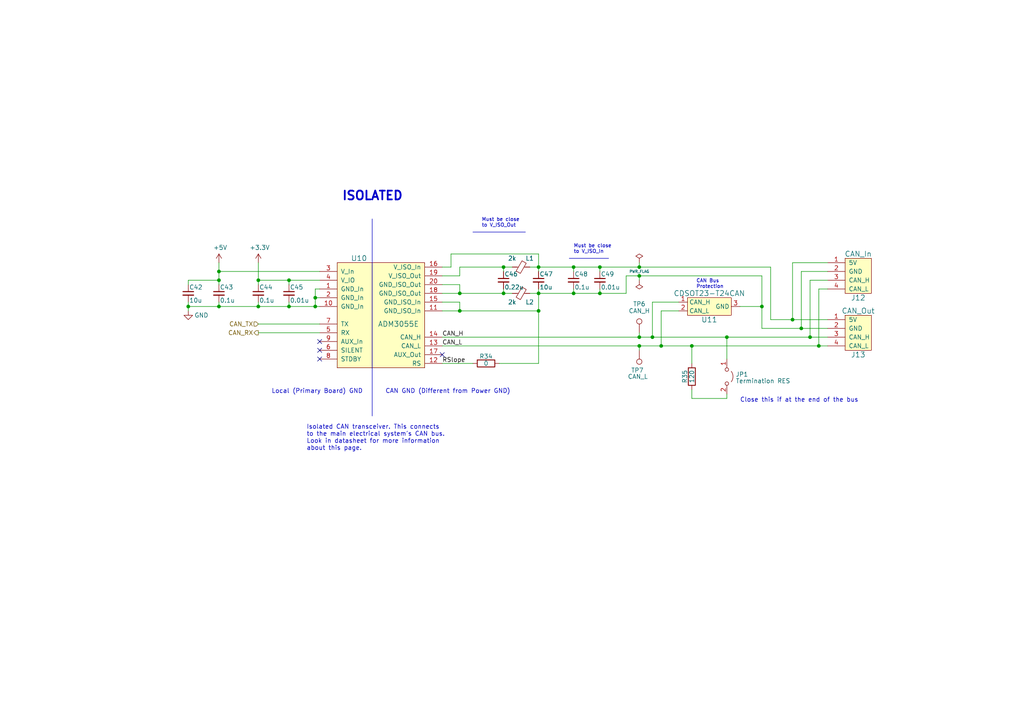
<source format=kicad_sch>
(kicad_sch (version 20230121) (generator eeschema)
  (paper "A4")
  (lib_symbols
    (symbol "Connector:TestPoint" (pin_numbers hide) (pin_names (offset 0.762) hide)
      (property "Reference" "TP" (at 0 6.858 0))
      (property "Value" "TestPoint" (at 0 5.08 0))
      (symbol "TestPoint_0_1"
        (circle (center 0 3.302) (radius 0.762))
      )
      (symbol "TestPoint_1_1"
        (pin passive line (at 0 0 90) (length 2.54) (name "1") (number "1"))
      )
    )
    (symbol "Device:C_Small" (pin_numbers hide) (pin_names (offset 0.254) hide)
      (property "Reference" "C" (at 0.254 1.778 0))
      (property "Value" "C_Small" (at 0.254 -2.032 0))
      (symbol "C_Small_0_1"
        (polyline (pts (xy -1.524 -0.508) (xy 1.524 -0.508)) (stroke (width 0.3302)))
        (polyline (pts (xy -1.524 0.508) (xy 1.524 0.508)) (stroke (width 0.3048)))
      )
      (symbol "C_Small_1_1"
        (pin passive line (at 0 2.54 270) (length 2.032) (name "~") (number "1"))
        (pin passive line (at 0 -2.54 90) (length 2.032) (name "~") (number "2"))
      )
    )
    (symbol "Device:FerriteBead_Small" (pin_numbers hide) (pin_names (offset 0))
      (property "Reference" "FB" (at 1.905 1.27 0))
      (property "Value" "FerriteBead_Small" (at 1.905 -1.27 0))
      (symbol "FerriteBead_Small_0_1"
        (polyline (pts (xy 0 -1.27) (xy 0 -0.7874)))
        (polyline (pts (xy 0 0.889) (xy 0 1.2954)))
        (polyline (pts (xy -1.8288 0.2794) (xy -1.1176 1.4986) (xy 1.8288 -0.2032) (xy 1.1176 -1.4224) (xy -1.8288 0.2794)))
      )
      (symbol "FerriteBead_Small_1_1"
        (pin passive line (at 0 2.54 270) (length 1.27) (name "~") (number "1"))
        (pin passive line (at 0 -2.54 90) (length 1.27) (name "~") (number "2"))
      )
    )
    (symbol "Device:R" (pin_numbers hide) (pin_names (offset 0))
      (property "Reference" "R" (at 2.032 0 90))
      (property "Value" "R" (at 0 0 90))
      (symbol "R_0_1"
        (rectangle (start -1.016 -2.54) (end 1.016 2.54) (stroke (width 0.254)))
      )
      (symbol "R_1_1"
        (pin passive line (at 0 3.81 270) (length 1.27) (name "~") (number "1"))
        (pin passive line (at 0 -3.81 90) (length 1.27) (name "~") (number "2"))
      )
    )
    (symbol "Jumper:Jumper_2_Open" (pin_names (offset 0) hide)
      (property "Reference" "JP" (at 0 2.794 0))
      (property "Value" "Jumper_2_Open" (at 0 -2.286 0))
      (symbol "Jumper_2_Open_0_0"
        (circle (center -2.032 0) (radius 0.508))
        (circle (center 2.032 0) (radius 0.508))
      )
      (symbol "Jumper_2_Open_0_1"
        (arc (start 1.524 1.27) (mid 0 1.778) (end -1.524 1.27))
      )
      (symbol "Jumper_2_Open_1_1"
        (pin passive line (at -5.08 0 0) (length 2.54) (name "A") (number "1"))
        (pin passive line (at 5.08 0 180) (length 2.54) (name "B") (number "2"))
      )
    )
    (symbol "power:+3.3V" (power) (pin_names (offset 0))
      (property "Value" "+3.3V" (at 0 3.556 0))
      (symbol "+3.3V_0_1"
        (polyline (pts (xy -0.762 1.27) (xy 0 2.54)))
        (polyline (pts (xy 0 0) (xy 0 2.54)))
        (polyline (pts (xy 0 2.54) (xy 0.762 1.27)))
      )
      (symbol "+3.3V_1_1"
        (pin power_in line (at 0 0 90) (length 0) hide (name "+3.3V") (number "1"))
      )
    )
    (symbol "power:+5V" (power) (pin_names (offset 0))
      (property "Value" "+5V" (at 0 3.556 0))
      (symbol "+5V_0_1"
        (polyline (pts (xy -0.762 1.27) (xy 0 2.54)))
        (polyline (pts (xy 0 0) (xy 0 2.54)))
        (polyline (pts (xy 0 2.54) (xy 0.762 1.27)))
      )
      (symbol "+5V_1_1"
        (pin power_in line (at 0 0 90) (length 0) hide (name "+5V") (number "1"))
      )
    )
    (symbol "power:GND" (power) (pin_names (offset 0))
      (property "Value" "GND" (at 0 -3.81 0))
      (symbol "GND_0_1"
        (polyline (pts (xy 0 0) (xy 0 -1.27) (xy 1.27 -1.27) (xy 0 -2.54) (xy -1.27 -1.27) (xy 0 -1.27)))
      )
      (symbol "GND_1_1"
        (pin power_in line (at 0 0 270) (length 0) hide (name "GND") (number "1"))
      )
    )
    (symbol "power:PWR_FLAG" (power) (pin_numbers hide) (pin_names (offset 0) hide)
      (property "Value" "PWR_FLAG" (at 0 3.81 0))
      (symbol "PWR_FLAG_0_0"
        (pin power_out line (at 0 0 90) (length 0) (name "pwr") (number "1"))
      )
      (symbol "PWR_FLAG_0_1"
        (polyline (pts (xy 0 0) (xy 0 1.27) (xy -1.016 1.905) (xy 0 2.54) (xy 1.016 1.905) (xy 0 1.27)))
      )
    )
    (symbol "utsvt-chips:ADM3055E" (pin_names (offset 1.016))
      (property "Reference" "U" (at 0 16.51 0))
      (property "Value" "ADM3055E" (at 5.08 -2.54 0))
      (symbol "ADM3055E_0_1"
        (rectangle (start -12.7 15.24) (end 12.7 -15.24) (fill (type background)))
        (polyline (pts (xy -2.54 15.24) (xy -2.54 -15.24)))
      )
      (symbol "ADM3055E_1_1"
        (pin power_in line (at -17.78 7.62 0) (length 5.08) (name "GND_In") (number "1"))
        (pin power_in line (at -17.78 2.54 0) (length 5.08) (name "GND_In") (number "10"))
        (pin power_in line (at 17.78 1.27 180) (length 5.08) (name "GND_ISO_In") (number "11"))
        (pin input line (at 17.78 -13.97 180) (length 5.08) (name "RS") (number "12"))
        (pin bidirectional line (at 17.78 -8.89 180) (length 5.08) (name "CAN_L") (number "13"))
        (pin bidirectional line (at 17.78 -6.35 180) (length 5.08) (name "CAN_H") (number "14"))
        (pin power_in line (at 17.78 3.81 180) (length 5.08) (name "GND_ISO_In") (number "15"))
        (pin power_in line (at 17.78 13.97 180) (length 5.08) (name "V_ISO_In") (number "16"))
        (pin output line (at 17.78 -11.43 180) (length 5.08) (name "AUX_Out") (number "17"))
        (pin power_out line (at 17.78 6.35 180) (length 5.08) (name "GND_ISO_Out") (number "18"))
        (pin power_out line (at 17.78 11.43 180) (length 5.08) (name "V_ISO_Out") (number "19"))
        (pin power_in line (at -17.78 5.08 0) (length 5.08) (name "GND_In") (number "2"))
        (pin power_out line (at 17.78 8.89 180) (length 5.08) (name "GND_ISO_Out") (number "20"))
        (pin power_in line (at -17.78 12.7 0) (length 5.08) (name "V_In") (number "3"))
        (pin power_in line (at -17.78 10.16 0) (length 5.08) (name "V_IO") (number "4"))
        (pin output line (at -17.78 -5.08 0) (length 5.08) (name "RX") (number "5"))
        (pin input line (at -17.78 -10.16 0) (length 5.08) (name "SILENT") (number "6"))
        (pin input line (at -17.78 -2.54 0) (length 5.08) (name "TX") (number "7"))
        (pin input line (at -17.78 -12.7 0) (length 5.08) (name "STDBY") (number "8"))
        (pin input line (at -17.78 -7.62 0) (length 5.08) (name "AUX_In") (number "9"))
      )
    )
    (symbol "utsvt-chips:CDSOT23-T24CAN"
      (property "Reference" "U" (at 0 -3.81 0))
      (property "Value" "CDSOT23-T24CAN" (at 0 3.81 0))
      (symbol "CDSOT23-T24CAN_0_1"
        (rectangle (start 6.35 2.54) (end -6.35 -2.54) (fill (type background)))
      )
      (symbol "CDSOT23-T24CAN_1_1"
        (pin passive line (at -8.89 1.27 0) (length 2.54) (name "CAN_H") (number "1"))
        (pin passive line (at -8.89 -1.27 0) (length 2.54) (name "CAN_L") (number "2"))
        (pin passive line (at 8.89 0 180) (length 2.54) (name "GND") (number "3"))
      )
    )
    (symbol "utsvt-connectors:CANConnector" (pin_names (offset 1.016))
      (property "Reference" "J" (at 0 -6.35 0))
      (property "Value" "CANConnector" (at 0 6.35 0))
      (symbol "CANConnector_0_1"
        (rectangle (start 3.81 5.08) (end -3.81 -5.08) (fill (type background)))
      )
      (symbol "CANConnector_1_1"
        (pin power_in line (at 8.89 3.81 180) (length 5.08) (name "5V") (number "1"))
        (pin power_in line (at 8.89 1.27 180) (length 5.08) (name "GND") (number "2"))
        (pin bidirectional line (at 8.89 -1.27 180) (length 5.08) (name "CAN_H") (number "3"))
        (pin bidirectional line (at 8.89 -3.81 180) (length 5.08) (name "CAN_L") (number "4"))
      )
    )
  )
  (junction (at 91.44 88.9))
  (junction (at 185.42 97.79))
  (junction (at 146.05 85.09))
  (junction (at 232.41 95.25))
  (junction (at 200.66 100.33))
  (junction (at 156.21 90.17))
  (junction (at 191.77 100.33))
  (junction (at 91.44 86.36))
  (junction (at 156.21 85.09))
  (junction (at 74.93 81.28))
  (junction (at 54.61 88.9))
  (junction (at 83.82 81.28))
  (junction (at 74.93 88.9))
  (junction (at 166.37 77.47))
  (junction (at 156.21 77.47))
  (junction (at 63.5 88.9))
  (junction (at 83.82 88.9))
  (junction (at 63.5 78.74))
  (junction (at 210.82 97.79))
  (junction (at 185.42 100.33))
  (junction (at 185.42 80.01))
  (junction (at 166.37 85.09))
  (junction (at 189.23 97.79))
  (junction (at 220.98 88.9))
  (junction (at 133.35 85.09))
  (junction (at 237.49 100.33))
  (junction (at 185.42 77.47))
  (junction (at 146.05 77.47))
  (junction (at 229.87 92.71))
  (junction (at 173.99 77.47))
  (junction (at 63.5 81.28))
  (junction (at 133.35 90.17))
  (junction (at 173.99 85.09))
  (junction (at 234.95 97.79))
  (no_connect (at 92.71 104.14))
  (no_connect (at 92.71 101.6))
  (no_connect (at 128.27 102.87))
  (no_connect (at 92.71 99.06))
  (wire (pts (xy 166.37 77.47) (xy 173.99 77.47)))
  (wire (pts (xy 92.71 83.82) (xy 91.44 83.82)))
  (wire (pts (xy 156.21 73.66) (xy 156.21 77.47)))
  (wire (pts (xy 234.95 81.28) (xy 234.95 97.79)))
  (wire (pts (xy 191.77 90.17) (xy 196.85 90.17)))
  (wire (pts (xy 146.05 85.09) (xy 146.05 83.82)))
  (wire (pts (xy 185.42 80.01) (xy 220.98 80.01)))
  (wire (pts (xy 91.44 86.36) (xy 92.71 86.36)))
  (wire (pts (xy 128.27 90.17) (xy 133.35 90.17)))
  (wire (pts (xy 74.93 96.52) (xy 92.71 96.52)))
  (wire (pts (xy 128.27 97.79) (xy 185.42 97.79)))
  (wire (pts (xy 63.5 76.2) (xy 63.5 78.74)))
  (wire (pts (xy 232.41 78.74) (xy 232.41 95.25)))
  (wire (pts (xy 54.61 88.9) (xy 54.61 87.63)))
  (wire (pts (xy 74.93 76.2) (xy 74.93 81.28)))
  (wire (pts (xy 210.82 114.3) (xy 210.82 115.57)))
  (wire (pts (xy 173.99 78.74) (xy 173.99 77.47)))
  (wire (pts (xy 54.61 88.9) (xy 63.5 88.9)))
  (wire (pts (xy 220.98 88.9) (xy 220.98 95.25)))
  (wire (pts (xy 91.44 86.36) (xy 91.44 88.9)))
  (wire (pts (xy 185.42 77.47) (xy 223.52 77.47)))
  (polyline (pts (xy 137.16 67.31) (xy 152.4 67.31)))
  (wire (pts (xy 237.49 100.33) (xy 240.03 100.33)))
  (wire (pts (xy 240.03 83.82) (xy 237.49 83.82)))
  (wire (pts (xy 74.93 93.98) (xy 92.71 93.98)))
  (wire (pts (xy 220.98 95.25) (xy 232.41 95.25)))
  (wire (pts (xy 240.03 81.28) (xy 234.95 81.28)))
  (wire (pts (xy 91.44 83.82) (xy 91.44 86.36)))
  (wire (pts (xy 74.93 87.63) (xy 74.93 88.9)))
  (wire (pts (xy 237.49 83.82) (xy 237.49 100.33)))
  (wire (pts (xy 234.95 97.79) (xy 240.03 97.79)))
  (wire (pts (xy 200.66 115.57) (xy 200.66 113.03)))
  (wire (pts (xy 156.21 85.09) (xy 166.37 85.09)))
  (wire (pts (xy 63.5 87.63) (xy 63.5 88.9)))
  (wire (pts (xy 91.44 88.9) (xy 92.71 88.9)))
  (polyline (pts (xy 107.95 63.5) (xy 107.95 120.65)))
  (wire (pts (xy 74.93 82.55) (xy 74.93 81.28)))
  (wire (pts (xy 133.35 77.47) (xy 146.05 77.47)))
  (polyline (pts (xy 165.1 74.93) (xy 176.53 74.93)))
  (wire (pts (xy 229.87 92.71) (xy 240.03 92.71)))
  (wire (pts (xy 156.21 105.41) (xy 156.21 90.17)))
  (wire (pts (xy 185.42 96.52) (xy 185.42 97.79)))
  (wire (pts (xy 166.37 85.09) (xy 173.99 85.09)))
  (wire (pts (xy 185.42 100.33) (xy 191.77 100.33)))
  (wire (pts (xy 229.87 76.2) (xy 229.87 92.71)))
  (wire (pts (xy 210.82 115.57) (xy 200.66 115.57)))
  (wire (pts (xy 83.82 81.28) (xy 83.82 82.55)))
  (wire (pts (xy 156.21 77.47) (xy 166.37 77.47)))
  (wire (pts (xy 130.81 77.47) (xy 128.27 77.47)))
  (wire (pts (xy 240.03 76.2) (xy 229.87 76.2)))
  (wire (pts (xy 133.35 80.01) (xy 128.27 80.01)))
  (wire (pts (xy 128.27 85.09) (xy 133.35 85.09)))
  (wire (pts (xy 173.99 85.09) (xy 181.61 85.09)))
  (wire (pts (xy 196.85 87.63) (xy 189.23 87.63)))
  (wire (pts (xy 185.42 97.79) (xy 189.23 97.79)))
  (wire (pts (xy 214.63 88.9) (xy 220.98 88.9)))
  (wire (pts (xy 54.61 81.28) (xy 54.61 82.55)))
  (wire (pts (xy 173.99 77.47) (xy 185.42 77.47)))
  (wire (pts (xy 181.61 85.09) (xy 181.61 80.01)))
  (wire (pts (xy 63.5 78.74) (xy 92.71 78.74)))
  (wire (pts (xy 200.66 100.33) (xy 237.49 100.33)))
  (wire (pts (xy 185.42 101.6) (xy 185.42 100.33)))
  (wire (pts (xy 130.81 73.66) (xy 130.81 77.47)))
  (wire (pts (xy 191.77 90.17) (xy 191.77 100.33)))
  (wire (pts (xy 144.78 105.41) (xy 156.21 105.41)))
  (wire (pts (xy 210.82 97.79) (xy 234.95 97.79)))
  (wire (pts (xy 173.99 83.82) (xy 173.99 85.09)))
  (wire (pts (xy 156.21 85.09) (xy 156.21 90.17)))
  (wire (pts (xy 63.5 81.28) (xy 63.5 82.55)))
  (wire (pts (xy 83.82 88.9) (xy 91.44 88.9)))
  (wire (pts (xy 146.05 85.09) (xy 148.59 85.09)))
  (wire (pts (xy 130.81 73.66) (xy 156.21 73.66)))
  (wire (pts (xy 200.66 105.41) (xy 200.66 100.33)))
  (wire (pts (xy 54.61 90.17) (xy 54.61 88.9)))
  (wire (pts (xy 185.42 81.28) (xy 185.42 80.01)))
  (wire (pts (xy 133.35 82.55) (xy 128.27 82.55)))
  (wire (pts (xy 133.35 90.17) (xy 156.21 90.17)))
  (wire (pts (xy 133.35 85.09) (xy 146.05 85.09)))
  (wire (pts (xy 181.61 80.01) (xy 185.42 80.01)))
  (wire (pts (xy 128.27 100.33) (xy 185.42 100.33)))
  (wire (pts (xy 83.82 88.9) (xy 83.82 87.63)))
  (wire (pts (xy 63.5 88.9) (xy 74.93 88.9)))
  (wire (pts (xy 189.23 87.63) (xy 189.23 97.79)))
  (wire (pts (xy 137.16 105.41) (xy 128.27 105.41)))
  (wire (pts (xy 133.35 87.63) (xy 128.27 87.63)))
  (wire (pts (xy 74.93 88.9) (xy 83.82 88.9)))
  (wire (pts (xy 189.23 97.79) (xy 210.82 97.79)))
  (wire (pts (xy 156.21 83.82) (xy 156.21 85.09)))
  (wire (pts (xy 223.52 92.71) (xy 229.87 92.71)))
  (wire (pts (xy 146.05 77.47) (xy 148.59 77.47)))
  (wire (pts (xy 232.41 95.25) (xy 240.03 95.25)))
  (wire (pts (xy 191.77 100.33) (xy 200.66 100.33)))
  (wire (pts (xy 133.35 77.47) (xy 133.35 80.01)))
  (wire (pts (xy 146.05 78.74) (xy 146.05 77.47)))
  (wire (pts (xy 156.21 77.47) (xy 156.21 78.74)))
  (wire (pts (xy 153.67 85.09) (xy 156.21 85.09)))
  (wire (pts (xy 166.37 78.74) (xy 166.37 77.47)))
  (wire (pts (xy 220.98 80.01) (xy 220.98 88.9)))
  (wire (pts (xy 133.35 87.63) (xy 133.35 90.17)))
  (wire (pts (xy 210.82 97.79) (xy 210.82 104.14)))
  (wire (pts (xy 54.61 81.28) (xy 63.5 81.28)))
  (wire (pts (xy 63.5 78.74) (xy 63.5 81.28)))
  (wire (pts (xy 166.37 83.82) (xy 166.37 85.09)))
  (wire (pts (xy 133.35 82.55) (xy 133.35 85.09)))
  (wire (pts (xy 153.67 77.47) (xy 156.21 77.47)))
  (wire (pts (xy 83.82 81.28) (xy 92.71 81.28)))
  (wire (pts (xy 240.03 78.74) (xy 232.41 78.74)))
  (wire (pts (xy 74.93 81.28) (xy 83.82 81.28)))
  (wire (pts (xy 185.42 77.47) (xy 185.42 76.2)))
  (wire (pts (xy 223.52 77.47) (xy 223.52 92.71)))
  (text "Local (Primary Board) GND" (at 78.74 114.3 0) (effects (font (size 1.27 1.27)) (justify left bottom)))
  (text "Must be close\nto V_ISO_In" (at 166.37 73.66 0) (effects (font (size 1.016 1.016)) (justify left bottom)))
  (text "Isolated CAN transceiver. This connects\nto the main electrical system's CAN bus.\nLook in datasheet for more information\nabout this page." (at 88.9 130.81 0) (effects (font (size 1.27 1.27)) (justify left bottom)))
  (text "CAN GND (Different from Power GND)" (at 111.76 114.3 0) (effects (font (size 1.27 1.27)) (justify left bottom)))
  (text "Must be close\nto V_ISO_Out" (at 139.7 66.04 0) (effects (font (size 1.016 1.016)) (justify left bottom)))
  (text "Close this if at the end of the bus" (at 214.63 116.84 0) (effects (font (size 1.27 1.27)) (justify left bottom)))
  (text "ISOLATED" (at 99.06 58.42 0) (effects (font (size 2.54 2.54) (thickness 0.508) bold) (justify left bottom)))
  (text "CAN Bus\nProtection" (at 201.93 83.82 0) (effects (font (size 1.016 1.016)) (justify left bottom)))
  (label "CAN_L" (at 128.27 100.33 0))
  (label "CAN_H" (at 128.27 97.79 0))
  (label "RSlope" (at 128.27 105.41 0))
  (hierarchical_label "CAN_RX" (shape output) (at 74.93 96.52 180))
  (hierarchical_label "CAN_TX" (shape input) (at 74.93 93.98 180))
  (symbol (lib_id "power:GND") (at 54.61 90.17 0) (unit 1)
    (property "Reference" "#PWR0173" (effects hide))
    (property "Value" "GND" (at 58.42 91.44 0))
  )
  (symbol (lib_id "utsvt-connectors:CANConnector") (at 248.92 96.52 0) (mirror y) (unit 1)
    (property "Reference" "J13" (at 248.92 102.87 0) (effects (font (size 1.524 1.524))))
    (property "Value" "CAN_Out" (at 248.92 90.17 0) (effects (font (size 1.524 1.524))))
    (property "Footprint" "UTSVT_Connectors:Molex_MicroFit3.0_1x4xP3.00mm_PolarizingPeg_Vertical" (effects hide))
  )
  (symbol (lib_id "Device:R") (at 200.66 109.22 180) (unit 1)
    (property "Reference" "R35" (at 198.628 109.22 90))
    (property "Value" "120" (at 200.66 109.22 90))
    (property "Footprint" "Resistor_SMD:R_0805_2012Metric" (effects hide))
  )
  (symbol (lib_id "Device:C_Small") (at 54.61 85.09 0) (unit 1)
    (property "Reference" "C42" (at 54.864 83.312 0) (effects (justify left)))
    (property "Value" "10u" (at 54.864 87.122 0) (effects (justify left)))
    (property "Footprint" "Capacitor_SMD:C_0805_2012Metric" (effects hide))
  )
  (symbol (lib_id "Device:C_Small") (at 63.5 85.09 0) (unit 1)
    (property "Reference" "C43" (at 63.754 83.312 0) (effects (justify left)))
    (property "Value" "0.1u" (at 63.754 87.122 0) (effects (justify left)))
    (property "Footprint" "Capacitor_SMD:C_0805_2012Metric" (effects hide))
  )
  (symbol (lib_id "Device:C_Small") (at 74.93 85.09 0) (unit 1)
    (property "Reference" "C44" (at 75.184 83.312 0) (effects (justify left)))
    (property "Value" "0.1u" (at 75.184 87.122 0) (effects (justify left)))
    (property "Footprint" "Capacitor_SMD:C_0805_2012Metric" (effects hide))
  )
  (symbol (lib_id "Device:C_Small") (at 83.82 85.09 0) (unit 1)
    (property "Reference" "C45" (at 84.074 83.312 0) (effects (justify left)))
    (property "Value" "0.01u" (at 84.074 87.122 0) (effects (justify left)))
    (property "Footprint" "Capacitor_SMD:C_0805_2012Metric" (effects hide))
  )
  (symbol (lib_id "Device:C_Small") (at 156.21 81.28 0) (unit 1)
    (property "Reference" "C47" (at 156.464 79.502 0) (effects (justify left)))
    (property "Value" "10u" (at 156.464 83.312 0) (effects (justify left)))
    (property "Footprint" "Capacitor_SMD:C_0805_2012Metric" (effects hide))
  )
  (symbol (lib_id "Device:C_Small") (at 146.05 81.28 0) (unit 1)
    (property "Reference" "C46" (at 146.304 79.502 0) (effects (justify left)))
    (property "Value" "0.22u" (at 146.304 83.312 0) (effects (justify left)))
    (property "Footprint" "Capacitor_SMD:C_0805_2012Metric" (effects hide))
  )
  (symbol (lib_id "Device:FerriteBead_Small") (at 151.13 77.47 270) (unit 1)
    (property "Reference" "L1" (at 152.4 74.93 90) (effects (justify left)))
    (property "Value" "2k" (at 147.32 74.93 90) (effects (justify left)))
    (property "Footprint" "Inductor_SMD:L_0805_2012Metric" (effects hide))
    (property "Datasheet" "https://product.tdk.com/info/en/catalog/datasheets/beads_commercial_signal_mmz2012_en.pdf?ref_disty=mouser" (effects hide))
  )
  (symbol (lib_id "Device:FerriteBead_Small") (at 151.13 85.09 270) (unit 1)
    (property "Reference" "L2" (at 152.4 87.63 90) (effects (justify left)))
    (property "Value" "2k" (at 147.32 87.63 90) (effects (justify left)))
    (property "Footprint" "Inductor_SMD:L_0805_2012Metric" (effects hide))
    (property "Datasheet" "https://product.tdk.com/info/en/catalog/datasheets/beads_commercial_signal_mmz2012_en.pdf?ref_disty=mouser" (effects hide))
  )
  (symbol (lib_id "Device:C_Small") (at 166.37 81.28 0) (unit 1)
    (property "Reference" "C48" (at 166.624 79.502 0) (effects (justify left)))
    (property "Value" "0.1u" (at 166.624 83.312 0) (effects (justify left)))
    (property "Footprint" "Capacitor_SMD:C_0805_2012Metric" (effects hide))
  )
  (symbol (lib_id "Device:C_Small") (at 173.99 81.28 0) (unit 1)
    (property "Reference" "C49" (at 174.244 79.502 0) (effects (justify left)))
    (property "Value" "0.01u" (at 174.244 83.312 0) (effects (justify left)))
    (property "Footprint" "Capacitor_SMD:C_0805_2012Metric" (effects hide))
  )
  (symbol (lib_id "utsvt-chips:ADM3055E") (at 110.49 91.44 0) (unit 1)
    (property "Reference" "U10" (at 104.14 74.93 0) (effects (font (size 1.524 1.524))))
    (property "Value" "ADM3055E" (at 115.57 93.98 0) (effects (font (size 1.524 1.524))))
    (property "Footprint" "UTSVT_ICs:SOIC-20W_7.5x15.4mm_Pitch1.27mm" (effects hide))
  )
  (symbol (lib_id "power:PWR_FLAG") (at 185.42 76.2 0) (unit 1)
    (property "Reference" "#FLG0105" (effects hide))
    (property "Value" "PWR_FLAG" (at 185.42 78.74 0) (effects (font (size 0.762 0.762))))
  )
  (symbol (lib_id "power:PWR_FLAG") (at 185.42 81.28 180) (unit 1)
    (property "Reference" "#FLG0106" (effects hide))
    (property "Value" "PWR_FLAG" (effects hide))
  )
  (symbol (lib_id "utsvt-chips:CDSOT23-T24CAN") (at 205.74 88.9 0) (unit 1)
    (property "Reference" "U11" (at 205.74 92.71 0) (effects (font (size 1.524 1.524))))
    (property "Value" "CDSOT23-T24CAN" (at 205.74 85.09 0) (effects (font (size 1.524 1.524))))
    (property "Footprint" "Package_TO_SOT_SMD:SOT-23W" (effects hide))
    (property "Datasheet" "https://www.mouser.com/datasheet/2/54/cdsot23-t24can-q-1534349.pdf" (effects hide))
  )
  (symbol (lib_id "Connector:TestPoint") (at 185.42 96.52 0) (unit 1)
    (property "Reference" "TP6" (at 185.42 88.9 0) (effects (justify bottom)))
    (property "Value" "CAN_H" (at 185.42 90.17 0))
    (property "Footprint" "TestPoint:TestPoint_Keystone_5005-5009_Compact" (effects hide))
  )
  (symbol (lib_id "Connector:TestPoint") (at 185.42 101.6 180) (unit 1)
    (property "Reference" "TP7" (at 186.69 106.68 0) (effects (justify left bottom)))
    (property "Value" "CAN_L" (at 187.96 109.22 0) (effects (justify left)))
    (property "Footprint" "TestPoint:TestPoint_Keystone_5005-5009_Compact" (effects hide))
  )
  (symbol (lib_id "Device:R") (at 140.97 105.41 90) (unit 1)
    (property "Reference" "R34" (at 140.97 103.378 90))
    (property "Value" "0" (at 140.97 105.41 90))
    (property "Footprint" "Resistor_SMD:R_0805_2012Metric" (effects hide))
  )
  (symbol (lib_id "power:+3.3V") (at 74.93 76.2 0) (unit 1)
    (property "Reference" "#PWR0174" (effects hide))
    (property "Value" "+3.3V" (at 75.311 71.8058 0))
  )
  (symbol (lib_id "power:+5V") (at 63.5 76.2 0) (unit 1)
    (property "Reference" "#PWR0175" (effects hide))
    (property "Value" "+5V" (at 63.881 71.8058 0))
  )
  (symbol (lib_id "utsvt-connectors:CANConnector") (at 248.92 80.01 0) (mirror y) (unit 1)
    (property "Reference" "J12" (at 248.92 86.36 0) (effects (font (size 1.524 1.524))))
    (property "Value" "CAN_In" (at 248.92 73.66 0) (effects (font (size 1.524 1.524))))
    (property "Footprint" "UTSVT_Connectors:Molex_MicroFit3.0_1x4xP3.00mm_PolarizingPeg_Vertical" (effects hide))
  )
  (symbol (lib_id "Jumper:Jumper_2_Open") (at 210.82 109.22 270) (unit 1)
    (property "Reference" "JP1" (at 213.36 108.585 90) (effects (justify left)))
    (property "Value" "Termination RES" (at 213.36 110.49 90) (effects (justify left)))
    (property "Footprint" "Connector_PinHeader_2.54mm:PinHeader_1x02_P2.54mm_Vertical" (effects hide))
    (property "Datasheet" "https://cdn.amphenol-icc.com/media/wysiwyg/files/documentation/datasheet/boardwiretoboard/bwb_econostik_254headers.pdf" (effects hide))
  )
)
</source>
